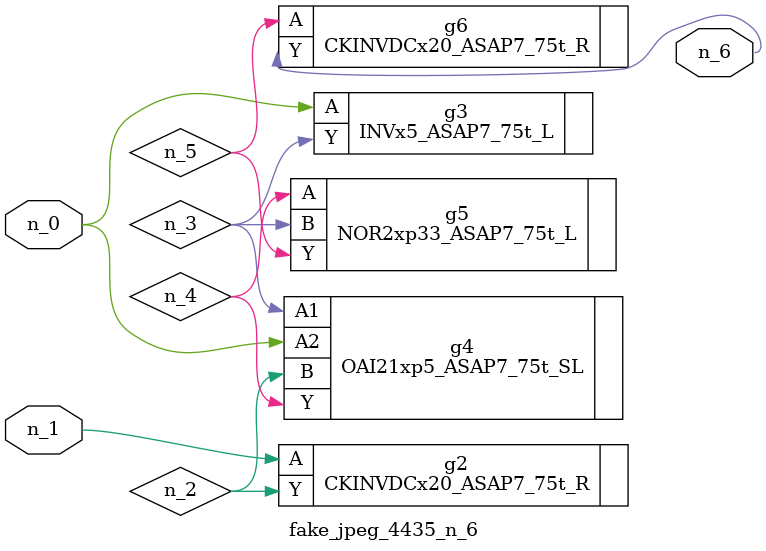
<source format=v>
module fake_jpeg_4435_n_6 (n_0, n_1, n_6);

input n_0;
input n_1;

output n_6;

wire n_2;
wire n_3;
wire n_4;
wire n_5;

CKINVDCx20_ASAP7_75t_R g2 ( 
.A(n_1),
.Y(n_2)
);

INVx5_ASAP7_75t_L g3 ( 
.A(n_0),
.Y(n_3)
);

OAI21xp5_ASAP7_75t_SL g4 ( 
.A1(n_3),
.A2(n_0),
.B(n_2),
.Y(n_4)
);

NOR2xp33_ASAP7_75t_L g5 ( 
.A(n_4),
.B(n_3),
.Y(n_5)
);

CKINVDCx20_ASAP7_75t_R g6 ( 
.A(n_5),
.Y(n_6)
);


endmodule
</source>
